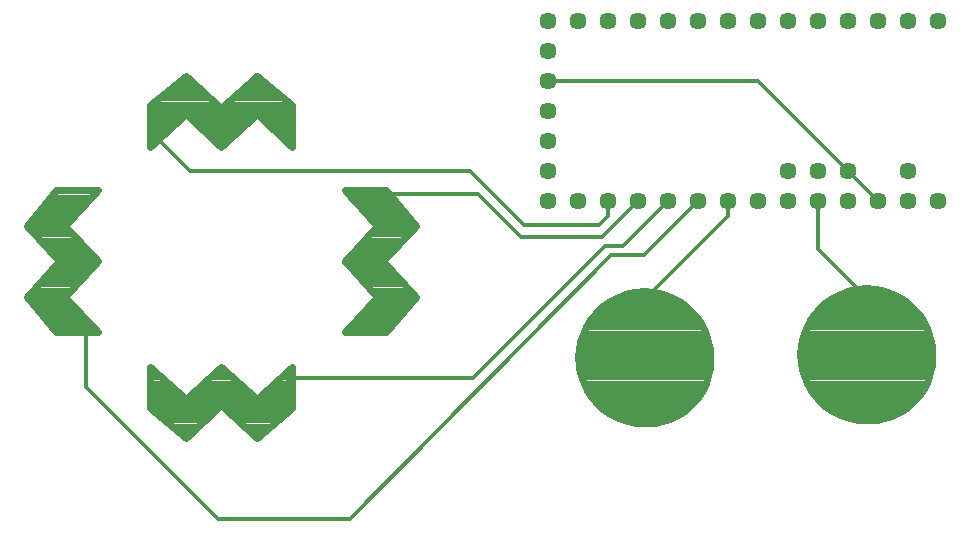
<source format=gtl>
G75*
%MOIN*%
%OFA0B0*%
%FSLAX24Y24*%
%IPPOS*%
%LPD*%
%AMOC8*
5,1,8,0,0,1.08239X$1,22.5*
%
%ADD10C,0.0570*%
%ADD11C,0.0240*%
%ADD12C,0.0270*%
%ADD13C,0.0280*%
%ADD14C,0.0130*%
D10*
X020630Y014167D03*
X021630Y014167D03*
X022630Y014167D03*
X023630Y014167D03*
X024630Y014167D03*
X025630Y014167D03*
X026630Y014167D03*
X027630Y014167D03*
X028630Y014167D03*
X029630Y014167D03*
X030630Y014167D03*
X031630Y014167D03*
X032630Y014167D03*
X033630Y014167D03*
X032630Y015167D03*
X030630Y015167D03*
X029630Y015167D03*
X028630Y015167D03*
X028630Y020167D03*
X027630Y020167D03*
X026630Y020167D03*
X025630Y020167D03*
X024630Y020167D03*
X023630Y020167D03*
X022630Y020167D03*
X021630Y020167D03*
X020630Y020167D03*
X020630Y019167D03*
X020630Y018167D03*
X020630Y017167D03*
X020630Y016167D03*
X020630Y015167D03*
X029630Y020167D03*
X030630Y020167D03*
X031630Y020167D03*
X032630Y020167D03*
X033630Y020167D03*
D11*
X008549Y006282D02*
X007368Y007267D01*
X007368Y008645D01*
X008549Y007562D01*
X009730Y008645D01*
X010911Y007562D01*
X012092Y008645D01*
X012092Y007267D01*
X010911Y006282D01*
X009730Y007365D01*
X008549Y006282D01*
X008700Y006421D02*
X008382Y006421D01*
X008096Y006660D02*
X008960Y006660D01*
X009221Y006898D02*
X007810Y006898D01*
X007524Y007137D02*
X009481Y007137D01*
X009979Y007137D02*
X011936Y007137D01*
X012092Y007375D02*
X007368Y007375D01*
X007368Y007614D02*
X008492Y007614D01*
X008605Y007614D02*
X010855Y007614D01*
X010968Y007614D02*
X012092Y007614D01*
X012092Y007852D02*
X011228Y007852D01*
X011488Y008091D02*
X012092Y008091D01*
X012092Y008329D02*
X011748Y008329D01*
X012008Y008568D02*
X012092Y008568D01*
X010594Y007852D02*
X008866Y007852D01*
X009126Y008091D02*
X010334Y008091D01*
X010074Y008329D02*
X009386Y008329D01*
X009646Y008568D02*
X009814Y008568D01*
X008232Y007852D02*
X007368Y007852D01*
X007368Y008091D02*
X007972Y008091D01*
X007712Y008329D02*
X007368Y008329D01*
X007368Y008568D02*
X007452Y008568D01*
X005608Y009804D02*
X004230Y009804D01*
X003246Y010986D01*
X004328Y012167D01*
X003246Y013348D01*
X004230Y014529D01*
X005608Y014529D01*
X004525Y013348D01*
X005608Y012167D01*
X004525Y010986D01*
X005608Y009804D01*
X005430Y009999D02*
X004068Y009999D01*
X003869Y010237D02*
X005211Y010237D01*
X004993Y010476D02*
X003671Y010476D01*
X003472Y010714D02*
X004774Y010714D01*
X004555Y010953D02*
X003273Y010953D01*
X003434Y011191D02*
X004714Y011191D01*
X004932Y011430D02*
X003653Y011430D01*
X003871Y011668D02*
X005151Y011668D01*
X005370Y011907D02*
X004090Y011907D01*
X004309Y012145D02*
X005588Y012145D01*
X005409Y012384D02*
X004129Y012384D01*
X003911Y012622D02*
X005190Y012622D01*
X004972Y012861D02*
X003692Y012861D01*
X003474Y013099D02*
X004753Y013099D01*
X004535Y013338D02*
X003255Y013338D01*
X003436Y013576D02*
X004735Y013576D01*
X004953Y013815D02*
X003635Y013815D01*
X003834Y014053D02*
X005172Y014053D01*
X005391Y014292D02*
X004032Y014292D01*
X007368Y015989D02*
X007368Y017367D01*
X008549Y018351D01*
X009730Y017268D01*
X010911Y018351D01*
X012092Y017367D01*
X012092Y015989D01*
X010911Y017071D01*
X009730Y015989D01*
X008549Y017071D01*
X007368Y015989D01*
X007368Y016200D02*
X007598Y016200D01*
X007368Y016438D02*
X007858Y016438D01*
X008118Y016677D02*
X007368Y016677D01*
X007368Y016915D02*
X008378Y016915D01*
X008719Y016915D02*
X010741Y016915D01*
X011082Y016915D02*
X012092Y016915D01*
X012092Y016677D02*
X011342Y016677D01*
X011602Y016438D02*
X012092Y016438D01*
X012092Y016200D02*
X011862Y016200D01*
X012092Y017154D02*
X007368Y017154D01*
X007398Y017392D02*
X009595Y017392D01*
X009865Y017392D02*
X012062Y017392D01*
X011775Y017631D02*
X010125Y017631D01*
X010386Y017869D02*
X011489Y017869D01*
X011203Y018108D02*
X010646Y018108D01*
X010906Y018346D02*
X010917Y018346D01*
X009335Y017631D02*
X007685Y017631D01*
X007971Y017869D02*
X009074Y017869D01*
X008814Y018108D02*
X008257Y018108D01*
X008543Y018346D02*
X008554Y018346D01*
X008979Y016677D02*
X010481Y016677D01*
X010220Y016438D02*
X009240Y016438D01*
X009500Y016200D02*
X009960Y016200D01*
X013852Y014529D02*
X015230Y014529D01*
X016214Y013348D01*
X015132Y012167D01*
X016214Y010986D01*
X015230Y009804D01*
X013852Y009804D01*
X014935Y010986D01*
X013852Y012167D01*
X014935Y013348D01*
X013852Y014529D01*
X014069Y014292D02*
X015428Y014292D01*
X015626Y014053D02*
X014288Y014053D01*
X014507Y013815D02*
X015825Y013815D01*
X016024Y013576D02*
X014725Y013576D01*
X014925Y013338D02*
X016205Y013338D01*
X015986Y013099D02*
X014707Y013099D01*
X014488Y012861D02*
X015768Y012861D01*
X015549Y012622D02*
X014270Y012622D01*
X014051Y012384D02*
X015331Y012384D01*
X015151Y012145D02*
X013872Y012145D01*
X014090Y011907D02*
X015370Y011907D01*
X015589Y011668D02*
X014309Y011668D01*
X014528Y011430D02*
X015807Y011430D01*
X016026Y011191D02*
X014746Y011191D01*
X014905Y010953D02*
X016187Y010953D01*
X015988Y010714D02*
X014686Y010714D01*
X014467Y010476D02*
X015789Y010476D01*
X015591Y010237D02*
X014249Y010237D01*
X014030Y009999D02*
X015392Y009999D01*
X011650Y006898D02*
X010239Y006898D01*
X010500Y006660D02*
X011364Y006660D01*
X011078Y006421D02*
X010760Y006421D01*
X021694Y008440D02*
X021773Y008187D01*
X021882Y007944D01*
X022019Y007717D01*
X022183Y007508D01*
X022371Y007320D01*
X022580Y007156D01*
X022808Y007019D01*
X023050Y006910D01*
X023304Y006831D01*
X023565Y006783D01*
X023830Y006767D01*
X023930Y006767D01*
X024183Y006782D01*
X024433Y006828D01*
X024675Y006903D01*
X024906Y007007D01*
X025123Y007138D01*
X025323Y007295D01*
X025502Y007474D01*
X025658Y007674D01*
X025789Y007891D01*
X025894Y008122D01*
X025969Y008364D01*
X026015Y008614D01*
X026030Y008867D01*
X026030Y008967D01*
X026014Y009232D01*
X025966Y009493D01*
X025887Y009747D01*
X025778Y009989D01*
X025641Y010216D01*
X025477Y010426D01*
X025289Y010613D01*
X025080Y010777D01*
X024852Y010915D01*
X024610Y011024D01*
X024356Y011103D01*
X024095Y011151D01*
X023830Y011167D01*
X023565Y011151D01*
X023304Y011103D01*
X023050Y011024D01*
X022808Y010915D01*
X022580Y010777D01*
X022371Y010613D01*
X022183Y010426D01*
X022019Y010216D01*
X021882Y009989D01*
X021773Y009747D01*
X021694Y009493D01*
X021646Y009232D01*
X021630Y008967D01*
X021646Y008701D01*
X021694Y008440D01*
X021729Y008329D02*
X025958Y008329D01*
X026006Y008568D02*
X021671Y008568D01*
X021640Y008806D02*
X026026Y008806D01*
X026025Y009045D02*
X021635Y009045D01*
X021655Y009283D02*
X026005Y009283D01*
X025957Y009522D02*
X021703Y009522D01*
X021779Y009760D02*
X025881Y009760D01*
X025772Y009999D02*
X021888Y009999D01*
X022036Y010237D02*
X025624Y010237D01*
X025427Y010476D02*
X022233Y010476D01*
X022500Y010714D02*
X025160Y010714D01*
X024768Y010953D02*
X022892Y010953D01*
X021816Y008091D02*
X025879Y008091D01*
X025766Y007852D02*
X021938Y007852D01*
X022100Y007614D02*
X025611Y007614D01*
X025403Y007375D02*
X022316Y007375D01*
X022612Y007137D02*
X025120Y007137D01*
X024659Y006898D02*
X023087Y006898D01*
X029094Y008540D02*
X029173Y008287D01*
X029282Y008044D01*
X029419Y007817D01*
X029583Y007608D01*
X029771Y007420D01*
X029980Y007256D01*
X030208Y007119D01*
X030450Y007010D01*
X030704Y006931D01*
X030965Y006883D01*
X031230Y006867D01*
X031330Y006867D01*
X031583Y006882D01*
X031833Y006928D01*
X032075Y007003D01*
X032306Y007107D01*
X032523Y007238D01*
X032723Y007395D01*
X032902Y007574D01*
X033058Y007774D01*
X033189Y007991D01*
X033294Y008222D01*
X033369Y008464D01*
X033415Y008714D01*
X033430Y008967D01*
X033430Y009067D01*
X033414Y009332D01*
X033366Y009593D01*
X033287Y009847D01*
X033178Y010089D01*
X033041Y010316D01*
X032877Y010526D01*
X032689Y010713D01*
X032480Y010877D01*
X032252Y011015D01*
X032010Y011124D01*
X031756Y011203D01*
X031495Y011251D01*
X031230Y011267D01*
X030965Y011251D01*
X030704Y011203D01*
X030450Y011124D01*
X030208Y011015D01*
X029980Y010877D01*
X029771Y010713D01*
X029583Y010526D01*
X029419Y010316D01*
X029282Y010089D01*
X029173Y009847D01*
X029094Y009593D01*
X029046Y009332D01*
X029030Y009067D01*
X029046Y008801D01*
X029094Y008540D01*
X029089Y008568D02*
X033388Y008568D01*
X033420Y008806D02*
X029046Y008806D01*
X029031Y009045D02*
X033430Y009045D01*
X033417Y009283D02*
X029043Y009283D01*
X029081Y009522D02*
X033379Y009522D01*
X033314Y009760D02*
X029146Y009760D01*
X029241Y009999D02*
X033219Y009999D01*
X033088Y010237D02*
X029372Y010237D01*
X029544Y010476D02*
X032916Y010476D01*
X032688Y010714D02*
X029772Y010714D01*
X030105Y010953D02*
X032355Y010953D01*
X031794Y011191D02*
X030666Y011191D01*
X029160Y008329D02*
X033327Y008329D01*
X033234Y008091D02*
X029261Y008091D01*
X029398Y007852D02*
X033106Y007852D01*
X032933Y007614D02*
X029579Y007614D01*
X029828Y007375D02*
X032698Y007375D01*
X032355Y007137D02*
X030178Y007137D01*
X030880Y006898D02*
X031671Y006898D01*
D12*
X014230Y014417D03*
X007480Y016367D03*
X005230Y009917D03*
X011980Y008267D03*
D13*
X023830Y010867D03*
X031230Y010967D03*
D14*
X029630Y012567D01*
X029630Y014167D01*
X030630Y015167D02*
X031630Y014167D01*
X030630Y015167D02*
X027630Y018167D01*
X020630Y018167D01*
X018030Y015167D02*
X008680Y015167D01*
X007480Y016367D01*
X014230Y014417D02*
X018280Y014417D01*
X019730Y012967D01*
X022430Y012967D01*
X023630Y014167D01*
X022630Y014167D02*
X022630Y013667D01*
X022330Y013367D01*
X019830Y013367D01*
X018030Y015167D01*
X022530Y012667D02*
X023130Y012667D01*
X024630Y014167D01*
X025630Y014167D02*
X023830Y012367D01*
X022730Y012367D01*
X014030Y003567D01*
X009630Y003567D01*
X005230Y007967D01*
X005230Y009917D01*
X011980Y008267D02*
X018130Y008267D01*
X022530Y012667D01*
X023830Y010867D02*
X026630Y013667D01*
X026630Y014167D01*
M02*

</source>
